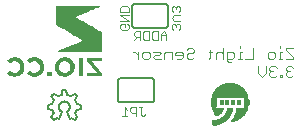
<source format=gbr>
G04 EAGLE Gerber RS-274X export*
G75*
%MOMM*%
%FSLAX34Y34*%
%LPD*%
%AMOC8*
5,1,8,0,0,1.08239X$1,22.5*%
G01*
%ADD10C,0.076200*%
%ADD11C,0.101600*%
%ADD12C,0.152400*%
%ADD13R,0.200000X0.010000*%
%ADD14R,0.370000X0.010000*%
%ADD15R,0.550000X0.010000*%
%ADD16R,0.630000X0.010000*%
%ADD17R,0.760000X0.010000*%
%ADD18R,0.810000X0.010000*%
%ADD19R,0.900000X0.010000*%
%ADD20R,0.950000X0.010000*%
%ADD21R,1.030000X0.010000*%
%ADD22R,1.080000X0.010000*%
%ADD23R,1.140000X0.010000*%
%ADD24R,1.190000X0.010000*%
%ADD25R,1.230000X0.010000*%
%ADD26R,1.290000X0.010000*%
%ADD27R,1.320000X0.020000*%
%ADD28R,1.410000X0.020000*%
%ADD29R,1.490000X0.020000*%
%ADD30R,1.540000X0.010000*%
%ADD31R,1.570000X0.010000*%
%ADD32R,1.610000X0.010000*%
%ADD33R,1.640000X0.010000*%
%ADD34R,1.670000X0.010000*%
%ADD35R,1.710000X0.010000*%
%ADD36R,1.740000X0.010000*%
%ADD37R,1.770000X0.010000*%
%ADD38R,1.790000X0.010000*%
%ADD39R,1.830000X0.010000*%
%ADD40R,1.860000X0.010000*%
%ADD41R,1.890000X0.010000*%
%ADD42R,1.910000X0.010000*%
%ADD43R,1.940000X0.010000*%
%ADD44R,1.960000X0.010000*%
%ADD45R,2.000000X0.010000*%
%ADD46R,2.020000X0.010000*%
%ADD47R,2.070000X0.020000*%
%ADD48R,2.120000X0.020000*%
%ADD49R,2.160000X0.020000*%
%ADD50R,2.210000X0.020000*%
%ADD51R,2.220000X0.010000*%
%ADD52R,2.250000X0.010000*%
%ADD53R,2.270000X0.010000*%
%ADD54R,2.290000X0.010000*%
%ADD55R,2.310000X0.010000*%
%ADD56R,2.320000X0.010000*%
%ADD57R,2.350000X0.010000*%
%ADD58R,2.360000X0.010000*%
%ADD59R,2.390000X0.010000*%
%ADD60R,2.400000X0.010000*%
%ADD61R,2.420000X0.010000*%
%ADD62R,2.440000X0.010000*%
%ADD63R,2.460000X0.010000*%
%ADD64R,2.480000X0.010000*%
%ADD65R,2.490000X0.010000*%
%ADD66R,2.510000X0.010000*%
%ADD67R,2.530000X0.010000*%
%ADD68R,2.540000X0.010000*%
%ADD69R,2.560000X0.020000*%
%ADD70R,2.580000X0.020000*%
%ADD71R,2.620000X0.020000*%
%ADD72R,2.650000X0.020000*%
%ADD73R,2.660000X0.010000*%
%ADD74R,2.670000X0.010000*%
%ADD75R,2.690000X0.010000*%
%ADD76R,2.700000X0.010000*%
%ADD77R,2.710000X0.010000*%
%ADD78R,2.730000X0.010000*%
%ADD79R,2.740000X0.010000*%
%ADD80R,2.750000X0.010000*%
%ADD81R,2.760000X0.010000*%
%ADD82R,2.780000X0.010000*%
%ADD83R,2.790000X0.010000*%
%ADD84R,2.800000X0.010000*%
%ADD85R,2.810000X0.010000*%
%ADD86R,2.830000X0.010000*%
%ADD87R,2.840000X0.010000*%
%ADD88R,2.860000X0.010000*%
%ADD89R,2.870000X0.010000*%
%ADD90R,2.880000X0.010000*%
%ADD91R,2.890000X0.010000*%
%ADD92R,2.900000X0.010000*%
%ADD93R,2.910000X0.010000*%
%ADD94R,2.920000X0.010000*%
%ADD95R,2.930000X0.010000*%
%ADD96R,2.940000X0.010000*%
%ADD97R,2.950000X0.010000*%
%ADD98R,2.960000X0.010000*%
%ADD99R,2.970000X0.010000*%
%ADD100R,2.980000X0.010000*%
%ADD101R,3.000000X0.010000*%
%ADD102R,3.010000X0.010000*%
%ADD103R,3.020000X0.010000*%
%ADD104R,3.040000X0.010000*%
%ADD105R,3.050000X0.010000*%
%ADD106R,3.060000X0.010000*%
%ADD107R,3.070000X0.010000*%
%ADD108R,3.080000X0.010000*%
%ADD109R,3.090000X0.010000*%
%ADD110R,3.100000X0.010000*%
%ADD111R,3.110000X0.010000*%
%ADD112R,3.120000X0.010000*%
%ADD113R,0.390000X0.010000*%
%ADD114R,0.410000X0.010000*%
%ADD115R,0.380000X0.010000*%
%ADD116R,0.420000X0.010000*%
%ADD117R,0.430000X0.010000*%
%ADD118R,0.400000X0.010000*%
%ADD119R,0.440000X0.010000*%
%ADD120R,0.450000X0.010000*%
%ADD121R,0.460000X0.010000*%
%ADD122R,0.280000X0.010000*%
%ADD123R,0.310000X0.010000*%
%ADD124R,0.300000X0.010000*%
%ADD125R,0.290000X0.010000*%
%ADD126R,0.320000X0.010000*%
%ADD127R,0.330000X0.010000*%
%ADD128R,0.470000X0.010000*%
%ADD129R,0.970000X0.010000*%
%ADD130R,0.960000X0.010000*%
%ADD131R,1.010000X0.010000*%
%ADD132R,1.000000X0.010000*%
%ADD133R,0.980000X0.010000*%
%ADD134R,0.940000X0.010000*%
%ADD135R,0.920000X0.010000*%
%ADD136R,0.930000X0.010000*%
%ADD137R,0.870000X0.010000*%
%ADD138R,0.850000X0.010000*%
%ADD139R,0.910000X0.010000*%
%ADD140R,0.830000X0.010000*%
%ADD141R,0.780000X0.010000*%
%ADD142R,0.890000X0.010000*%
%ADD143R,0.770000X0.010000*%
%ADD144R,0.480000X0.010000*%
%ADD145R,0.750000X0.010000*%
%ADD146R,0.720000X0.010000*%
%ADD147R,0.880000X0.010000*%
%ADD148R,0.690000X0.010000*%
%ADD149R,0.490000X0.010000*%
%ADD150R,0.660000X0.010000*%
%ADD151R,0.860000X0.010000*%
%ADD152R,0.600000X0.010000*%
%ADD153R,0.560000X0.010000*%
%ADD154R,0.530000X0.010000*%
%ADD155R,0.840000X0.010000*%
%ADD156R,0.510000X0.010000*%
%ADD157R,0.520000X0.010000*%
%ADD158R,0.340000X0.010000*%
%ADD159R,0.800000X0.010000*%
%ADD160R,0.230000X0.010000*%
%ADD161R,0.790000X0.010000*%
%ADD162R,0.540000X0.010000*%
%ADD163R,0.170000X0.010000*%
%ADD164R,0.100000X0.010000*%
%ADD165R,0.740000X0.010000*%
%ADD166R,0.570000X0.010000*%
%ADD167R,0.590000X0.010000*%
%ADD168R,0.710000X0.010000*%
%ADD169R,0.700000X0.010000*%
%ADD170R,0.610000X0.010000*%
%ADD171R,0.680000X0.010000*%
%ADD172R,0.670000X0.010000*%
%ADD173R,0.640000X0.010000*%
%ADD174R,0.620000X0.010000*%
%ADD175R,0.730000X0.010000*%
%ADD176R,0.500000X0.010000*%
%ADD177R,0.990000X0.010000*%
%ADD178R,0.030000X0.010000*%
%ADD179R,1.210000X0.010000*%
%ADD180R,1.180000X0.010000*%
%ADD181R,1.150000X0.010000*%
%ADD182R,0.260000X0.010000*%
%ADD183R,1.130000X0.010000*%
%ADD184R,0.180000X0.010000*%
%ADD185R,1.100000X0.010000*%
%ADD186R,1.070000X0.010000*%
%ADD187R,1.040000X0.010000*%
%ADD188R,0.250000X0.010000*%

G36*
X85792Y98014D02*
X85792Y98014D01*
X85792Y98015D01*
X85793Y98016D01*
X85788Y99377D01*
X85785Y100737D01*
X85780Y102099D01*
X85775Y103460D01*
X85770Y104822D01*
X85766Y106182D01*
X85761Y107544D01*
X85756Y108905D01*
X85753Y110267D01*
X85748Y111627D01*
X85743Y112989D01*
X85739Y114350D01*
X85734Y114355D01*
X85733Y114360D01*
X84510Y115070D01*
X83286Y115779D01*
X82064Y116489D01*
X80842Y117199D01*
X79619Y117908D01*
X78397Y118618D01*
X77173Y119327D01*
X75950Y120037D01*
X74728Y120747D01*
X73477Y121472D01*
X72228Y122198D01*
X70977Y122923D01*
X69727Y123647D01*
X68478Y124372D01*
X67227Y125098D01*
X65978Y125822D01*
X64727Y126546D01*
X63494Y127259D01*
X64786Y127998D01*
X66237Y128629D01*
X67693Y129250D01*
X69151Y129866D01*
X70609Y130480D01*
X72068Y131093D01*
X73528Y131706D01*
X74935Y132297D01*
X76341Y132887D01*
X77748Y133478D01*
X79153Y134068D01*
X80561Y134659D01*
X81967Y135249D01*
X83372Y135840D01*
X84779Y136430D01*
X85731Y136834D01*
X85734Y136839D01*
X85738Y136843D01*
X85737Y136845D01*
X85738Y136848D01*
X85731Y136851D01*
X85727Y136857D01*
X81251Y136857D01*
X79761Y136858D01*
X72303Y136858D01*
X70810Y136860D01*
X61860Y136860D01*
X61100Y136861D01*
X61071Y136861D01*
X60369Y136861D01*
X52911Y136861D01*
X51419Y136863D01*
X46944Y136863D01*
X46932Y136853D01*
X46933Y136852D01*
X46932Y136851D01*
X46932Y135489D01*
X46934Y134127D01*
X46934Y132763D01*
X46935Y131401D01*
X46935Y130039D01*
X46937Y128677D01*
X46937Y127313D01*
X46938Y125951D01*
X46938Y124589D01*
X46940Y123227D01*
X46942Y121865D01*
X46942Y120501D01*
X46947Y120496D01*
X46948Y120491D01*
X48235Y119746D01*
X49524Y119002D01*
X50811Y118256D01*
X52099Y117511D01*
X53388Y116765D01*
X54675Y116021D01*
X55963Y115276D01*
X57211Y114554D01*
X58458Y113833D01*
X59705Y113111D01*
X60952Y112388D01*
X62200Y111668D01*
X63448Y110945D01*
X64694Y110223D01*
X65942Y109501D01*
X67188Y108778D01*
X68262Y108142D01*
X69234Y107431D01*
X67875Y106852D01*
X66494Y106269D01*
X65115Y105688D01*
X62352Y104526D01*
X60971Y103947D01*
X59590Y103366D01*
X58209Y102786D01*
X56826Y102207D01*
X55442Y101626D01*
X54059Y101045D01*
X52677Y100462D01*
X51294Y99880D01*
X49911Y99297D01*
X48530Y98713D01*
X47150Y98124D01*
X47148Y98118D01*
X47143Y98115D01*
X47145Y98113D01*
X47144Y98110D01*
X47150Y98106D01*
X47155Y98101D01*
X48631Y98064D01*
X50111Y98050D01*
X51591Y98041D01*
X53072Y98033D01*
X54551Y98028D01*
X56031Y98022D01*
X57510Y98018D01*
X58990Y98015D01*
X60469Y98012D01*
X61949Y98009D01*
X63429Y98007D01*
X64910Y98007D01*
X66389Y98006D01*
X76830Y98006D01*
X78322Y98004D01*
X85781Y98004D01*
X85792Y98014D01*
G37*
G36*
X54313Y76877D02*
X54313Y76877D01*
X54314Y76876D01*
X55332Y76960D01*
X55675Y76989D01*
X55676Y76990D01*
X55677Y76989D01*
X56998Y77353D01*
X56998Y77354D01*
X56999Y77353D01*
X58250Y77914D01*
X58251Y77915D01*
X58252Y77915D01*
X59393Y78672D01*
X59394Y78673D01*
X59395Y78673D01*
X60395Y79610D01*
X60395Y79611D01*
X60396Y79611D01*
X61219Y80707D01*
X61219Y80708D01*
X61220Y80708D01*
X61841Y81929D01*
X61840Y81931D01*
X61841Y81931D01*
X62195Y83115D01*
X62195Y83117D01*
X62196Y83117D01*
X62208Y83202D01*
X62210Y83214D01*
X62212Y83226D01*
X62213Y83238D01*
X62215Y83250D01*
X62236Y83393D01*
X62238Y83405D01*
X62240Y83417D01*
X62241Y83429D01*
X62242Y83429D01*
X62243Y83441D01*
X62263Y83572D01*
X62264Y83584D01*
X62266Y83596D01*
X62268Y83608D01*
X62270Y83620D01*
X62289Y83751D01*
X62291Y83763D01*
X62292Y83775D01*
X62294Y83787D01*
X62296Y83799D01*
X62315Y83930D01*
X62317Y83942D01*
X62319Y83954D01*
X62320Y83966D01*
X62322Y83978D01*
X62343Y84121D01*
X62345Y84133D01*
X62347Y84145D01*
X62348Y84157D01*
X62350Y84169D01*
X62369Y84300D01*
X62371Y84312D01*
X62373Y84324D01*
X62375Y84336D01*
X62375Y84340D01*
X62375Y84341D01*
X62402Y85578D01*
X62402Y85579D01*
X62255Y86807D01*
X62253Y86808D01*
X62254Y86809D01*
X61791Y88260D01*
X61789Y88260D01*
X61790Y88262D01*
X61055Y89597D01*
X61053Y89597D01*
X61053Y89599D01*
X60088Y90778D01*
X60087Y90778D01*
X60087Y90780D01*
X58925Y91766D01*
X58923Y91766D01*
X58923Y91767D01*
X57600Y92524D01*
X57599Y92524D01*
X57599Y92525D01*
X56441Y92963D01*
X56440Y92962D01*
X56439Y92964D01*
X55333Y93149D01*
X55220Y93168D01*
X55219Y93168D01*
X55218Y93169D01*
X55153Y93171D01*
X55152Y93171D01*
X54781Y93183D01*
X54780Y93183D01*
X54409Y93195D01*
X54408Y93195D01*
X54037Y93206D01*
X54037Y93207D01*
X54036Y93207D01*
X53982Y93208D01*
X53981Y93208D01*
X53885Y93207D01*
X53883Y93207D01*
X53883Y93206D01*
X53226Y93195D01*
X53225Y93195D01*
X52756Y93186D01*
X52755Y93185D01*
X52754Y93186D01*
X51550Y92968D01*
X51549Y92967D01*
X51548Y92968D01*
X50258Y92488D01*
X50257Y92487D01*
X50256Y92488D01*
X49056Y91810D01*
X49055Y91808D01*
X49054Y91809D01*
X47986Y90939D01*
X47985Y90937D01*
X47984Y90937D01*
X47083Y89896D01*
X47083Y89894D01*
X47081Y89894D01*
X46370Y88715D01*
X46370Y88713D01*
X46369Y88713D01*
X45858Y87433D01*
X45859Y87432D01*
X45857Y87431D01*
X45634Y86256D01*
X45634Y86255D01*
X45633Y86254D01*
X45614Y85053D01*
X45615Y85052D01*
X45614Y85052D01*
X45645Y83819D01*
X45646Y83818D01*
X45645Y83816D01*
X45905Y82616D01*
X45906Y82615D01*
X45906Y82614D01*
X46407Y81390D01*
X46409Y81390D01*
X46408Y81389D01*
X47105Y80266D01*
X47107Y80266D01*
X47106Y80265D01*
X47981Y79274D01*
X47982Y79274D01*
X47982Y79273D01*
X49060Y78365D01*
X49062Y78365D01*
X49062Y78364D01*
X50278Y77652D01*
X50279Y77653D01*
X50280Y77651D01*
X51599Y77158D01*
X51601Y77158D01*
X51601Y77157D01*
X52948Y76932D01*
X52949Y76932D01*
X54313Y76876D01*
X54313Y76877D01*
G37*
G36*
X85897Y77167D02*
X85897Y77167D01*
X85896Y77168D01*
X85897Y77169D01*
X85897Y79782D01*
X85894Y79786D01*
X85894Y79790D01*
X85026Y80798D01*
X84159Y81807D01*
X83291Y82816D01*
X82423Y83825D01*
X81556Y84833D01*
X80684Y85848D01*
X79813Y86865D01*
X78943Y87881D01*
X78075Y88900D01*
X77233Y89910D01*
X78601Y89947D01*
X79994Y89959D01*
X81388Y89962D01*
X85568Y89962D01*
X85580Y89972D01*
X85579Y89973D01*
X85580Y89974D01*
X85580Y93042D01*
X85569Y93054D01*
X85568Y93054D01*
X72658Y93054D01*
X72646Y93044D01*
X72647Y93043D01*
X72646Y93042D01*
X72646Y90344D01*
X72650Y90340D01*
X72649Y90336D01*
X73513Y89331D01*
X74378Y88324D01*
X75243Y87320D01*
X76107Y86315D01*
X76972Y85310D01*
X77837Y84303D01*
X78701Y83298D01*
X79566Y82294D01*
X80431Y81287D01*
X81278Y80302D01*
X80498Y80297D01*
X80493Y80297D01*
X79862Y80292D01*
X78456Y80285D01*
X78451Y80285D01*
X78422Y80284D01*
X76981Y80275D01*
X76645Y80273D01*
X76641Y80273D01*
X75540Y80265D01*
X74840Y80261D01*
X74835Y80261D01*
X74098Y80256D01*
X72823Y80249D01*
X72817Y80249D01*
X72658Y80248D01*
X72646Y80237D01*
X72647Y80237D01*
X72646Y80236D01*
X72646Y77169D01*
X72657Y77157D01*
X72658Y77158D01*
X72658Y77157D01*
X85885Y77157D01*
X85897Y77167D01*
G37*
G36*
X12016Y76877D02*
X12016Y76877D01*
X12017Y76876D01*
X13400Y76990D01*
X13401Y76992D01*
X13402Y76991D01*
X14853Y77426D01*
X14854Y77427D01*
X14855Y77427D01*
X16206Y78111D01*
X16206Y78112D01*
X16208Y78112D01*
X17405Y79041D01*
X17405Y79042D01*
X17406Y79042D01*
X18399Y80185D01*
X18399Y80187D01*
X18400Y80187D01*
X19154Y81502D01*
X19154Y81503D01*
X19155Y81504D01*
X19657Y82932D01*
X19656Y82934D01*
X19657Y82935D01*
X19849Y84263D01*
X19849Y84264D01*
X19849Y84265D01*
X19870Y85608D01*
X19869Y85609D01*
X19870Y85609D01*
X19714Y86943D01*
X19713Y86944D01*
X19714Y86945D01*
X19277Y88287D01*
X19276Y88287D01*
X19276Y88289D01*
X18618Y89538D01*
X18616Y89538D01*
X18617Y89540D01*
X17755Y90657D01*
X17753Y90658D01*
X17753Y90659D01*
X16710Y91610D01*
X16709Y91610D01*
X16708Y91611D01*
X15508Y92352D01*
X15507Y92352D01*
X15507Y92353D01*
X14237Y92901D01*
X14235Y92900D01*
X14234Y92902D01*
X12880Y93170D01*
X12879Y93169D01*
X12878Y93170D01*
X12860Y93171D01*
X12444Y93183D01*
X12443Y93183D01*
X12028Y93195D01*
X12027Y93195D01*
X11611Y93206D01*
X11611Y93207D01*
X11610Y93207D01*
X11494Y93210D01*
X11493Y93210D01*
X11338Y93207D01*
X11337Y93207D01*
X11337Y93206D01*
X10784Y93195D01*
X10783Y93195D01*
X10242Y93183D01*
X10241Y93183D01*
X10240Y93183D01*
X9012Y92967D01*
X9011Y92966D01*
X9010Y92966D01*
X7921Y92566D01*
X7920Y92565D01*
X7919Y92566D01*
X6891Y92031D01*
X6890Y92029D01*
X6889Y92030D01*
X5951Y91349D01*
X5951Y91348D01*
X5950Y91348D01*
X5350Y90813D01*
X5348Y90797D01*
X5349Y90797D01*
X5349Y90796D01*
X5889Y90179D01*
X6428Y89561D01*
X6979Y88929D01*
X7527Y88293D01*
X7542Y88291D01*
X7543Y88291D01*
X8234Y88768D01*
X9484Y89521D01*
X10873Y89957D01*
X12327Y89979D01*
X13707Y89528D01*
X14860Y88645D01*
X15729Y87386D01*
X16181Y85924D01*
X16196Y84394D01*
X15789Y82917D01*
X14977Y81620D01*
X13797Y80651D01*
X12353Y80151D01*
X11693Y80147D01*
X11688Y80147D01*
X10854Y80142D01*
X9422Y80585D01*
X8154Y81395D01*
X7507Y81917D01*
X7491Y81916D01*
X6929Y81353D01*
X5238Y79657D01*
X5237Y79641D01*
X5239Y79641D01*
X5238Y79640D01*
X5639Y79262D01*
X6719Y78355D01*
X6720Y78355D01*
X6720Y78354D01*
X7928Y77629D01*
X7930Y77629D01*
X7930Y77628D01*
X9253Y77142D01*
X9254Y77142D01*
X9255Y77141D01*
X10627Y76930D01*
X10627Y76931D01*
X10628Y76930D01*
X12015Y76876D01*
X12016Y76877D01*
G37*
G36*
X28736Y76842D02*
X28736Y76842D01*
X28736Y76841D01*
X30000Y76959D01*
X30001Y76960D01*
X30002Y76959D01*
X31398Y77335D01*
X31398Y77337D01*
X31400Y77336D01*
X32700Y77965D01*
X32700Y77966D01*
X32702Y77966D01*
X33873Y78812D01*
X33873Y78813D01*
X33875Y78813D01*
X34880Y79851D01*
X34880Y79853D01*
X34881Y79853D01*
X35670Y81063D01*
X35670Y81064D01*
X35671Y81065D01*
X36223Y82309D01*
X36223Y82311D01*
X36224Y82311D01*
X36537Y83637D01*
X36536Y83638D01*
X36537Y83639D01*
X36617Y84999D01*
X36616Y85000D01*
X36617Y85001D01*
X36567Y86251D01*
X36566Y86252D01*
X36567Y86253D01*
X36323Y87479D01*
X36321Y87480D01*
X36322Y87481D01*
X35858Y88643D01*
X35857Y88644D01*
X35858Y88645D01*
X35177Y89824D01*
X35175Y89825D01*
X35176Y89826D01*
X34309Y90875D01*
X34307Y90875D01*
X34307Y90877D01*
X33275Y91764D01*
X33274Y91764D01*
X33274Y91765D01*
X32102Y92457D01*
X32101Y92457D01*
X32101Y92458D01*
X31012Y92896D01*
X31010Y92896D01*
X31010Y92897D01*
X29863Y93140D01*
X29862Y93139D01*
X29862Y93140D01*
X28690Y93229D01*
X28690Y93228D01*
X28689Y93229D01*
X28048Y93219D01*
X28046Y93219D01*
X27249Y93207D01*
X27247Y93207D01*
X27203Y93207D01*
X27202Y93206D01*
X27201Y93207D01*
X25738Y92957D01*
X25737Y92956D01*
X25735Y92957D01*
X24346Y92428D01*
X24346Y92427D01*
X24344Y92427D01*
X23206Y91737D01*
X23206Y91735D01*
X23205Y91735D01*
X22204Y90867D01*
X22203Y90858D01*
X22202Y90857D01*
X22203Y90856D01*
X22202Y90851D01*
X22203Y90851D01*
X22202Y90851D01*
X22684Y90157D01*
X23230Y89504D01*
X23764Y88893D01*
X24299Y88278D01*
X24305Y88278D01*
X24305Y88277D01*
X24308Y88277D01*
X24314Y88276D01*
X24315Y88277D01*
X24970Y88764D01*
X26216Y89517D01*
X27599Y89962D01*
X29049Y89984D01*
X30430Y89539D01*
X31532Y88736D01*
X32339Y87634D01*
X32818Y86353D01*
X32967Y84994D01*
X32938Y84781D01*
X32933Y84745D01*
X32898Y84483D01*
X32893Y84447D01*
X32858Y84184D01*
X32853Y84148D01*
X32818Y83886D01*
X32813Y83850D01*
X32785Y83638D01*
X32267Y82374D01*
X31419Y81302D01*
X30237Y80496D01*
X28858Y80115D01*
X28655Y80124D01*
X28654Y80124D01*
X28391Y80136D01*
X28128Y80148D01*
X27865Y80160D01*
X27602Y80172D01*
X27426Y80180D01*
X26067Y80637D01*
X24856Y81411D01*
X24226Y81917D01*
X24211Y81916D01*
X24210Y81916D01*
X23139Y80841D01*
X22582Y80265D01*
X22582Y80264D01*
X22581Y80264D01*
X22067Y79650D01*
X22067Y79634D01*
X22910Y78799D01*
X22911Y78799D01*
X22912Y78798D01*
X23867Y78079D01*
X23869Y78079D01*
X23869Y78077D01*
X24996Y77493D01*
X24997Y77494D01*
X24998Y77492D01*
X26209Y77108D01*
X26210Y77109D01*
X26211Y77108D01*
X27463Y76894D01*
X27464Y76894D01*
X27465Y76893D01*
X28735Y76841D01*
X28736Y76842D01*
G37*
%LPC*%
G36*
X53254Y80148D02*
X53254Y80148D01*
X51920Y80553D01*
X50772Y81348D01*
X49909Y82446D01*
X49383Y83738D01*
X49215Y85125D01*
X49413Y86508D01*
X49961Y87792D01*
X50860Y88836D01*
X52031Y89569D01*
X53350Y89973D01*
X54727Y89982D01*
X55327Y89785D01*
X56184Y89499D01*
X57406Y88576D01*
X58265Y87305D01*
X58700Y85833D01*
X58697Y84302D01*
X58246Y82837D01*
X57382Y81571D01*
X56171Y80634D01*
X55327Y80355D01*
X54718Y80156D01*
X54034Y80053D01*
X53254Y80148D01*
G37*
%LPD*%
G36*
X69178Y77167D02*
X69178Y77167D01*
X69177Y77168D01*
X69178Y77169D01*
X69178Y93047D01*
X69167Y93059D01*
X69166Y93058D01*
X69166Y93059D01*
X69088Y93058D01*
X69087Y93058D01*
X68369Y93046D01*
X68367Y93046D01*
X68305Y93045D01*
X67651Y93034D01*
X67649Y93034D01*
X67446Y93030D01*
X66984Y93022D01*
X66982Y93022D01*
X66586Y93015D01*
X66310Y93010D01*
X66308Y93010D01*
X65727Y93000D01*
X65715Y92990D01*
X65716Y92989D01*
X65715Y92988D01*
X65709Y91407D01*
X65704Y89825D01*
X65698Y88243D01*
X65693Y86661D01*
X65688Y85079D01*
X65682Y83497D01*
X65677Y81916D01*
X65671Y80333D01*
X65666Y78752D01*
X65661Y77169D01*
X65672Y77157D01*
X65673Y77158D01*
X65673Y77157D01*
X69166Y77157D01*
X69178Y77167D01*
G37*
G36*
X42935Y77167D02*
X42935Y77167D01*
X42934Y77168D01*
X42935Y77169D01*
X42935Y80766D01*
X42924Y80778D01*
X42924Y80777D01*
X42923Y80778D01*
X39326Y80778D01*
X39314Y80768D01*
X39314Y80767D01*
X39314Y80766D01*
X39314Y77169D01*
X39324Y77157D01*
X39325Y77158D01*
X39326Y77157D01*
X42923Y77157D01*
X42935Y77167D01*
G37*
D10*
X122047Y45044D02*
X120818Y43815D01*
X119590Y43815D01*
X118361Y45044D01*
X118361Y51187D01*
X119590Y51187D02*
X117132Y51187D01*
X114563Y51187D02*
X114563Y43815D01*
X114563Y51187D02*
X110877Y51187D01*
X109648Y49959D01*
X109648Y47501D01*
X110877Y46272D01*
X114563Y46272D01*
X107079Y48730D02*
X104621Y51187D01*
X104621Y43815D01*
X102164Y43815D02*
X107079Y43815D01*
X150543Y116713D02*
X151771Y117942D01*
X151771Y120399D01*
X150543Y121628D01*
X149314Y121628D01*
X148085Y120399D01*
X148085Y119170D01*
X148085Y120399D02*
X146856Y121628D01*
X145628Y121628D01*
X144399Y120399D01*
X144399Y117942D01*
X145628Y116713D01*
X146856Y124197D02*
X151771Y124197D01*
X146856Y124197D02*
X144399Y126655D01*
X146856Y129112D01*
X151771Y129112D01*
X150543Y131681D02*
X151771Y132910D01*
X151771Y135367D01*
X150543Y136596D01*
X149314Y136596D01*
X148085Y135367D01*
X148085Y134139D01*
X148085Y135367D02*
X146856Y136596D01*
X145628Y136596D01*
X144399Y135367D01*
X144399Y132910D01*
X145628Y131681D01*
X108337Y120399D02*
X107109Y121628D01*
X108337Y120399D02*
X108337Y117942D01*
X107109Y116713D01*
X102194Y116713D01*
X100965Y117942D01*
X100965Y120399D01*
X102194Y121628D01*
X104651Y121628D01*
X104651Y119170D01*
X100965Y124197D02*
X108337Y124197D01*
X100965Y129112D01*
X108337Y129112D01*
X108337Y131681D02*
X100965Y131681D01*
X100965Y135367D01*
X102194Y136596D01*
X107109Y136596D01*
X108337Y135367D01*
X108337Y131681D01*
X140081Y112992D02*
X140081Y108077D01*
X140081Y112992D02*
X137624Y115449D01*
X135166Y112992D01*
X135166Y108077D01*
X135166Y111763D02*
X140081Y111763D01*
X132597Y115449D02*
X132597Y108077D01*
X128911Y108077D01*
X127682Y109306D01*
X127682Y114221D01*
X128911Y115449D01*
X132597Y115449D01*
X125113Y115449D02*
X125113Y108077D01*
X121427Y108077D01*
X120198Y109306D01*
X120198Y114221D01*
X121427Y115449D01*
X125113Y115449D01*
X117629Y115449D02*
X117629Y108077D01*
X117629Y115449D02*
X113942Y115449D01*
X112714Y114221D01*
X112714Y111763D01*
X113942Y110534D01*
X117629Y110534D01*
X115171Y110534D02*
X112714Y108077D01*
D11*
X241295Y101100D02*
X247396Y101100D01*
X241295Y101100D02*
X241295Y99575D01*
X247396Y93473D01*
X247396Y91948D01*
X241295Y91948D01*
X238041Y98049D02*
X236516Y98049D01*
X236516Y91948D01*
X238041Y91948D02*
X234990Y91948D01*
X236516Y101100D02*
X236516Y102625D01*
X230279Y91948D02*
X227228Y91948D01*
X225703Y93473D01*
X225703Y96524D01*
X227228Y98049D01*
X230279Y98049D01*
X231804Y96524D01*
X231804Y93473D01*
X230279Y91948D01*
X213094Y91948D02*
X213094Y101100D01*
X213094Y91948D02*
X206992Y91948D01*
X203738Y98049D02*
X202213Y98049D01*
X202213Y91948D01*
X203738Y91948D02*
X200688Y91948D01*
X202213Y101100D02*
X202213Y102625D01*
X194451Y88897D02*
X192926Y88897D01*
X191401Y90423D01*
X191401Y98049D01*
X195976Y98049D01*
X197502Y96524D01*
X197502Y93473D01*
X195976Y91948D01*
X191401Y91948D01*
X188147Y91948D02*
X188147Y101100D01*
X186621Y98049D02*
X188147Y96524D01*
X186621Y98049D02*
X183571Y98049D01*
X182045Y96524D01*
X182045Y91948D01*
X177266Y93473D02*
X177266Y99575D01*
X177266Y93473D02*
X175741Y91948D01*
X175741Y98049D02*
X178791Y98049D01*
X158623Y101100D02*
X157098Y99575D01*
X158623Y101100D02*
X161674Y101100D01*
X163199Y99575D01*
X163199Y98049D01*
X161674Y96524D01*
X158623Y96524D01*
X157098Y94999D01*
X157098Y93473D01*
X158623Y91948D01*
X161674Y91948D01*
X163199Y93473D01*
X152319Y91948D02*
X149268Y91948D01*
X152319Y91948D02*
X153844Y93473D01*
X153844Y96524D01*
X152319Y98049D01*
X149268Y98049D01*
X147743Y96524D01*
X147743Y94999D01*
X153844Y94999D01*
X144489Y91948D02*
X144489Y98049D01*
X139913Y98049D01*
X138388Y96524D01*
X138388Y91948D01*
X135134Y91948D02*
X130558Y91948D01*
X129033Y93473D01*
X130558Y94999D01*
X133609Y94999D01*
X135134Y96524D01*
X133609Y98049D01*
X129033Y98049D01*
X124253Y91948D02*
X121203Y91948D01*
X119677Y93473D01*
X119677Y96524D01*
X121203Y98049D01*
X124253Y98049D01*
X125779Y96524D01*
X125779Y93473D01*
X124253Y91948D01*
X116423Y91948D02*
X116423Y98049D01*
X116423Y94999D02*
X113373Y98049D01*
X111848Y98049D01*
X245871Y85860D02*
X247396Y84335D01*
X245871Y85860D02*
X242820Y85860D01*
X241295Y84335D01*
X241295Y82809D01*
X242820Y81284D01*
X244345Y81284D01*
X242820Y81284D02*
X241295Y79759D01*
X241295Y78233D01*
X242820Y76708D01*
X245871Y76708D01*
X247396Y78233D01*
X238041Y78233D02*
X238041Y76708D01*
X238041Y78233D02*
X236516Y78233D01*
X236516Y76708D01*
X238041Y76708D01*
X233363Y84335D02*
X231838Y85860D01*
X228787Y85860D01*
X227262Y84335D01*
X227262Y82809D01*
X228787Y81284D01*
X230313Y81284D01*
X228787Y81284D02*
X227262Y79759D01*
X227262Y78233D01*
X228787Y76708D01*
X231838Y76708D01*
X233363Y78233D01*
X224008Y79759D02*
X224008Y85860D01*
X224008Y79759D02*
X220957Y76708D01*
X217907Y79759D01*
X217907Y85860D01*
D12*
X127000Y55324D02*
X101600Y55324D01*
X99060Y73104D02*
X99062Y73204D01*
X99068Y73303D01*
X99078Y73403D01*
X99091Y73501D01*
X99109Y73600D01*
X99130Y73697D01*
X99155Y73793D01*
X99184Y73889D01*
X99217Y73983D01*
X99253Y74076D01*
X99293Y74167D01*
X99337Y74257D01*
X99384Y74345D01*
X99434Y74431D01*
X99488Y74515D01*
X99545Y74597D01*
X99605Y74676D01*
X99669Y74754D01*
X99735Y74828D01*
X99804Y74900D01*
X99876Y74969D01*
X99950Y75035D01*
X100028Y75099D01*
X100107Y75159D01*
X100189Y75216D01*
X100273Y75270D01*
X100359Y75320D01*
X100447Y75367D01*
X100537Y75411D01*
X100628Y75451D01*
X100721Y75487D01*
X100815Y75520D01*
X100911Y75549D01*
X101007Y75574D01*
X101104Y75595D01*
X101203Y75613D01*
X101301Y75626D01*
X101401Y75636D01*
X101500Y75642D01*
X101600Y75644D01*
X127000Y75644D02*
X127100Y75642D01*
X127199Y75636D01*
X127299Y75626D01*
X127397Y75613D01*
X127496Y75595D01*
X127593Y75574D01*
X127689Y75549D01*
X127785Y75520D01*
X127879Y75487D01*
X127972Y75451D01*
X128063Y75411D01*
X128153Y75367D01*
X128241Y75320D01*
X128327Y75270D01*
X128411Y75216D01*
X128493Y75159D01*
X128572Y75099D01*
X128650Y75035D01*
X128724Y74969D01*
X128796Y74900D01*
X128865Y74828D01*
X128931Y74754D01*
X128995Y74676D01*
X129055Y74597D01*
X129112Y74515D01*
X129166Y74431D01*
X129216Y74345D01*
X129263Y74257D01*
X129307Y74167D01*
X129347Y74076D01*
X129383Y73983D01*
X129416Y73889D01*
X129445Y73793D01*
X129470Y73697D01*
X129491Y73600D01*
X129509Y73501D01*
X129522Y73403D01*
X129532Y73303D01*
X129538Y73204D01*
X129540Y73104D01*
X129540Y57864D02*
X129538Y57764D01*
X129532Y57665D01*
X129522Y57565D01*
X129509Y57467D01*
X129491Y57368D01*
X129470Y57271D01*
X129445Y57175D01*
X129416Y57079D01*
X129383Y56985D01*
X129347Y56892D01*
X129307Y56801D01*
X129263Y56711D01*
X129216Y56623D01*
X129166Y56537D01*
X129112Y56453D01*
X129055Y56371D01*
X128995Y56292D01*
X128931Y56214D01*
X128865Y56140D01*
X128796Y56068D01*
X128724Y55999D01*
X128650Y55933D01*
X128572Y55869D01*
X128493Y55809D01*
X128411Y55752D01*
X128327Y55698D01*
X128241Y55648D01*
X128153Y55601D01*
X128063Y55557D01*
X127972Y55517D01*
X127879Y55481D01*
X127785Y55448D01*
X127689Y55419D01*
X127593Y55394D01*
X127496Y55373D01*
X127397Y55355D01*
X127299Y55342D01*
X127199Y55332D01*
X127100Y55326D01*
X127000Y55324D01*
X101600Y55324D02*
X101500Y55326D01*
X101401Y55332D01*
X101301Y55342D01*
X101203Y55355D01*
X101104Y55373D01*
X101007Y55394D01*
X100911Y55419D01*
X100815Y55448D01*
X100721Y55481D01*
X100628Y55517D01*
X100537Y55557D01*
X100447Y55601D01*
X100359Y55648D01*
X100273Y55698D01*
X100189Y55752D01*
X100107Y55809D01*
X100028Y55869D01*
X99950Y55933D01*
X99876Y55999D01*
X99804Y56068D01*
X99735Y56140D01*
X99669Y56214D01*
X99605Y56292D01*
X99545Y56371D01*
X99488Y56453D01*
X99434Y56537D01*
X99384Y56623D01*
X99337Y56711D01*
X99293Y56801D01*
X99253Y56892D01*
X99217Y56985D01*
X99184Y57079D01*
X99155Y57175D01*
X99130Y57271D01*
X99109Y57368D01*
X99091Y57467D01*
X99078Y57565D01*
X99068Y57665D01*
X99062Y57764D01*
X99060Y57864D01*
X99060Y73104D01*
X129540Y73104D02*
X129540Y57864D01*
X127000Y75644D02*
X101600Y75644D01*
X113514Y138626D02*
X138914Y138626D01*
X141454Y120846D02*
X141452Y120746D01*
X141446Y120647D01*
X141436Y120547D01*
X141423Y120449D01*
X141405Y120350D01*
X141384Y120253D01*
X141359Y120157D01*
X141330Y120061D01*
X141297Y119967D01*
X141261Y119874D01*
X141221Y119783D01*
X141177Y119693D01*
X141130Y119605D01*
X141080Y119519D01*
X141026Y119435D01*
X140969Y119353D01*
X140909Y119274D01*
X140845Y119196D01*
X140779Y119122D01*
X140710Y119050D01*
X140638Y118981D01*
X140564Y118915D01*
X140486Y118851D01*
X140407Y118791D01*
X140325Y118734D01*
X140241Y118680D01*
X140155Y118630D01*
X140067Y118583D01*
X139977Y118539D01*
X139886Y118499D01*
X139793Y118463D01*
X139699Y118430D01*
X139603Y118401D01*
X139507Y118376D01*
X139410Y118355D01*
X139311Y118337D01*
X139213Y118324D01*
X139113Y118314D01*
X139014Y118308D01*
X138914Y118306D01*
X113514Y118306D02*
X113414Y118308D01*
X113315Y118314D01*
X113215Y118324D01*
X113117Y118337D01*
X113018Y118355D01*
X112921Y118376D01*
X112825Y118401D01*
X112729Y118430D01*
X112635Y118463D01*
X112542Y118499D01*
X112451Y118539D01*
X112361Y118583D01*
X112273Y118630D01*
X112187Y118680D01*
X112103Y118734D01*
X112021Y118791D01*
X111942Y118851D01*
X111864Y118915D01*
X111790Y118981D01*
X111718Y119050D01*
X111649Y119122D01*
X111583Y119196D01*
X111519Y119274D01*
X111459Y119353D01*
X111402Y119435D01*
X111348Y119519D01*
X111298Y119605D01*
X111251Y119693D01*
X111207Y119783D01*
X111167Y119874D01*
X111131Y119967D01*
X111098Y120061D01*
X111069Y120157D01*
X111044Y120253D01*
X111023Y120350D01*
X111005Y120449D01*
X110992Y120547D01*
X110982Y120647D01*
X110976Y120746D01*
X110974Y120846D01*
X110974Y136086D02*
X110976Y136186D01*
X110982Y136285D01*
X110992Y136385D01*
X111005Y136483D01*
X111023Y136582D01*
X111044Y136679D01*
X111069Y136775D01*
X111098Y136871D01*
X111131Y136965D01*
X111167Y137058D01*
X111207Y137149D01*
X111251Y137239D01*
X111298Y137327D01*
X111348Y137413D01*
X111402Y137497D01*
X111459Y137579D01*
X111519Y137658D01*
X111583Y137736D01*
X111649Y137810D01*
X111718Y137882D01*
X111790Y137951D01*
X111864Y138017D01*
X111942Y138081D01*
X112021Y138141D01*
X112103Y138198D01*
X112187Y138252D01*
X112273Y138302D01*
X112361Y138349D01*
X112451Y138393D01*
X112542Y138433D01*
X112635Y138469D01*
X112729Y138502D01*
X112825Y138531D01*
X112921Y138556D01*
X113018Y138577D01*
X113117Y138595D01*
X113215Y138608D01*
X113315Y138618D01*
X113414Y138624D01*
X113514Y138626D01*
X138914Y138626D02*
X139014Y138624D01*
X139113Y138618D01*
X139213Y138608D01*
X139311Y138595D01*
X139410Y138577D01*
X139507Y138556D01*
X139603Y138531D01*
X139699Y138502D01*
X139793Y138469D01*
X139886Y138433D01*
X139977Y138393D01*
X140067Y138349D01*
X140155Y138302D01*
X140241Y138252D01*
X140325Y138198D01*
X140407Y138141D01*
X140486Y138081D01*
X140564Y138017D01*
X140638Y137951D01*
X140710Y137882D01*
X140779Y137810D01*
X140845Y137736D01*
X140909Y137658D01*
X140969Y137579D01*
X141026Y137497D01*
X141080Y137413D01*
X141130Y137327D01*
X141177Y137239D01*
X141221Y137149D01*
X141261Y137058D01*
X141297Y136965D01*
X141330Y136871D01*
X141359Y136775D01*
X141384Y136679D01*
X141405Y136582D01*
X141423Y136483D01*
X141436Y136385D01*
X141446Y136285D01*
X141452Y136186D01*
X141454Y136086D01*
X141454Y120846D01*
X110974Y120846D02*
X110974Y136086D01*
X113514Y118306D02*
X138914Y118306D01*
D13*
X193910Y70782D03*
D14*
X193860Y70682D03*
D15*
X193860Y70582D03*
D16*
X193860Y70482D03*
D17*
X193910Y70382D03*
D18*
X193860Y70282D03*
D19*
X193910Y70182D03*
D20*
X193860Y70082D03*
D21*
X193860Y69982D03*
D22*
X193910Y69882D03*
D23*
X193910Y69782D03*
D24*
X193860Y69682D03*
D25*
X193860Y69582D03*
D26*
X193860Y69482D03*
D27*
X193910Y69432D03*
D28*
X193860Y69232D03*
D29*
X193860Y69032D03*
D30*
X193910Y68882D03*
D31*
X193860Y68782D03*
D32*
X193860Y68682D03*
D33*
X193910Y68582D03*
D34*
X193860Y68482D03*
D35*
X193860Y68382D03*
D36*
X193910Y68282D03*
D37*
X193860Y68182D03*
D38*
X193860Y68082D03*
D39*
X193860Y67982D03*
D40*
X193910Y67882D03*
D41*
X193860Y67782D03*
D42*
X193860Y67682D03*
D43*
X193910Y67582D03*
D44*
X193910Y67482D03*
D45*
X193910Y67382D03*
D46*
X193910Y67282D03*
D47*
X193860Y67132D03*
D48*
X193910Y66932D03*
D49*
X193910Y66732D03*
D50*
X193860Y66532D03*
D51*
X193910Y66382D03*
D52*
X193860Y66282D03*
D53*
X193860Y66182D03*
D54*
X193860Y66082D03*
D55*
X193860Y65982D03*
D56*
X193910Y65882D03*
D57*
X193860Y65782D03*
D58*
X193910Y65682D03*
D59*
X193860Y65582D03*
D60*
X193910Y65482D03*
D61*
X193910Y65382D03*
D62*
X193910Y65282D03*
D63*
X193910Y65182D03*
D64*
X193910Y65082D03*
D65*
X193860Y64982D03*
D66*
X193860Y64882D03*
D67*
X193860Y64782D03*
D68*
X193910Y64682D03*
D69*
X193910Y64632D03*
D70*
X193910Y64432D03*
D71*
X193910Y64232D03*
D72*
X193860Y64032D03*
D73*
X193910Y63882D03*
D74*
X193860Y63782D03*
D75*
X193860Y63682D03*
D76*
X193910Y63582D03*
D77*
X193860Y63482D03*
D78*
X193860Y63382D03*
D79*
X193910Y63282D03*
D80*
X193860Y63182D03*
D81*
X193910Y63082D03*
D82*
X193910Y62982D03*
D83*
X193860Y62882D03*
D84*
X193910Y62782D03*
D85*
X193860Y62682D03*
D86*
X193860Y62582D03*
X193860Y62482D03*
D87*
X193910Y62382D03*
D88*
X193910Y62282D03*
D89*
X193860Y62182D03*
D90*
X193910Y62082D03*
D91*
X193860Y61982D03*
D92*
X193910Y61882D03*
D93*
X193860Y61782D03*
D94*
X193910Y61682D03*
D95*
X193860Y61582D03*
D96*
X193910Y61482D03*
D97*
X193860Y61382D03*
D98*
X193910Y61282D03*
D99*
X193860Y61182D03*
X193860Y61082D03*
D100*
X193910Y60982D03*
D101*
X193910Y60882D03*
X193910Y60782D03*
D102*
X193860Y60682D03*
X193860Y60582D03*
D103*
X193910Y60482D03*
D104*
X193910Y60382D03*
X193910Y60282D03*
D105*
X193860Y60182D03*
X193860Y60082D03*
D106*
X193910Y59982D03*
D107*
X193860Y59882D03*
D108*
X193910Y59782D03*
D109*
X193860Y59682D03*
X193860Y59582D03*
D110*
X193910Y59482D03*
X193910Y59382D03*
D111*
X193860Y59282D03*
D112*
X193910Y59182D03*
D113*
X207560Y59082D03*
D114*
X180360Y59082D03*
D115*
X207610Y58982D03*
D114*
X180260Y58982D03*
D14*
X207660Y58882D03*
D114*
X180260Y58882D03*
D115*
X207710Y58782D03*
D114*
X180260Y58782D03*
D115*
X207710Y58682D03*
D114*
X180260Y58682D03*
D115*
X207710Y58582D03*
D114*
X180260Y58582D03*
D115*
X207710Y58482D03*
D116*
X180210Y58482D03*
D113*
X207760Y58382D03*
D116*
X180210Y58382D03*
D113*
X207760Y58282D03*
D116*
X180210Y58282D03*
D113*
X207760Y58182D03*
D117*
X180160Y58182D03*
D118*
X207810Y58082D03*
D117*
X180160Y58082D03*
D118*
X207810Y57982D03*
D117*
X180160Y57982D03*
D118*
X207810Y57882D03*
D117*
X180160Y57882D03*
D118*
X207810Y57782D03*
D117*
X180160Y57782D03*
D118*
X207810Y57682D03*
D119*
X180110Y57682D03*
D118*
X207810Y57582D03*
D119*
X180110Y57582D03*
D118*
X207810Y57482D03*
D119*
X180110Y57482D03*
D114*
X207860Y57382D03*
D119*
X180110Y57382D03*
D114*
X207860Y57282D03*
D119*
X180110Y57282D03*
D114*
X207860Y57182D03*
D120*
X180060Y57182D03*
D114*
X207860Y57082D03*
D120*
X180060Y57082D03*
D116*
X207910Y56982D03*
D120*
X180060Y56982D03*
D116*
X207910Y56882D03*
D120*
X180060Y56882D03*
D116*
X207910Y56782D03*
D120*
X180060Y56782D03*
D116*
X207910Y56682D03*
D120*
X180060Y56682D03*
D116*
X207910Y56582D03*
D120*
X180060Y56582D03*
D116*
X207910Y56482D03*
D121*
X180010Y56482D03*
D116*
X207910Y56382D03*
D121*
X180010Y56382D03*
D116*
X207910Y56282D03*
D121*
X180010Y56282D03*
D116*
X207910Y56182D03*
D121*
X180010Y56182D03*
D116*
X207910Y56082D03*
D121*
X180010Y56082D03*
D116*
X207910Y55982D03*
D122*
X201110Y55982D03*
D123*
X196460Y55982D03*
D124*
X191710Y55982D03*
D125*
X187060Y55982D03*
D121*
X180010Y55982D03*
D117*
X207960Y55882D03*
D123*
X201160Y55882D03*
D126*
X196510Y55882D03*
X191710Y55882D03*
D123*
X187060Y55882D03*
D121*
X180010Y55882D03*
D117*
X207960Y55782D03*
D126*
X201210Y55782D03*
D127*
X196460Y55782D03*
D126*
X191710Y55782D03*
X187010Y55782D03*
D121*
X180010Y55782D03*
D117*
X207960Y55682D03*
D126*
X201210Y55682D03*
D127*
X196460Y55682D03*
D126*
X191710Y55682D03*
X187010Y55682D03*
D121*
X180010Y55682D03*
D117*
X207960Y55582D03*
D126*
X201210Y55582D03*
D127*
X196460Y55582D03*
D126*
X191710Y55582D03*
X187010Y55582D03*
D121*
X180010Y55582D03*
D117*
X207960Y55482D03*
D126*
X201210Y55482D03*
D127*
X196460Y55482D03*
D126*
X191710Y55482D03*
X187010Y55482D03*
D121*
X180010Y55482D03*
D117*
X207960Y55382D03*
D126*
X201210Y55382D03*
D127*
X196460Y55382D03*
D126*
X191710Y55382D03*
X187010Y55382D03*
D121*
X180010Y55382D03*
D117*
X207960Y55282D03*
D126*
X201210Y55282D03*
D127*
X196460Y55282D03*
D126*
X191710Y55282D03*
X187010Y55282D03*
D121*
X180010Y55282D03*
D117*
X207960Y55182D03*
D126*
X201210Y55182D03*
D127*
X196460Y55182D03*
D126*
X191710Y55182D03*
X187010Y55182D03*
D128*
X179960Y55182D03*
D117*
X207960Y55082D03*
D126*
X201210Y55082D03*
D127*
X196460Y55082D03*
D126*
X191710Y55082D03*
X187010Y55082D03*
D128*
X179960Y55082D03*
D117*
X207960Y54982D03*
D126*
X201210Y54982D03*
D127*
X196460Y54982D03*
D126*
X191710Y54982D03*
X187010Y54982D03*
D128*
X179960Y54982D03*
D117*
X207960Y54882D03*
D126*
X201210Y54882D03*
D127*
X196460Y54882D03*
D126*
X191710Y54882D03*
X187010Y54882D03*
D128*
X179960Y54882D03*
D117*
X207960Y54782D03*
D126*
X201210Y54782D03*
D127*
X196460Y54782D03*
D126*
X191710Y54782D03*
X187010Y54782D03*
D128*
X179960Y54782D03*
D117*
X207960Y54682D03*
D126*
X201210Y54682D03*
D127*
X196460Y54682D03*
D126*
X191710Y54682D03*
X187010Y54682D03*
D128*
X179960Y54682D03*
D117*
X207960Y54582D03*
D126*
X201210Y54582D03*
D127*
X196460Y54582D03*
D126*
X191710Y54582D03*
X187010Y54582D03*
D128*
X179960Y54582D03*
D117*
X207960Y54482D03*
D126*
X201210Y54482D03*
D127*
X196460Y54482D03*
D126*
X191710Y54482D03*
X187010Y54482D03*
D128*
X179960Y54482D03*
D117*
X207960Y54382D03*
D126*
X201210Y54382D03*
D127*
X196460Y54382D03*
D126*
X191710Y54382D03*
X187010Y54382D03*
D128*
X179960Y54382D03*
D117*
X207960Y54282D03*
D126*
X201210Y54282D03*
D127*
X196460Y54282D03*
D126*
X191710Y54282D03*
X187010Y54282D03*
D128*
X179960Y54282D03*
D117*
X207960Y54182D03*
D126*
X201210Y54182D03*
D127*
X196460Y54182D03*
D126*
X191710Y54182D03*
X187010Y54182D03*
D128*
X179960Y54182D03*
D117*
X207960Y54082D03*
D126*
X201210Y54082D03*
D127*
X196460Y54082D03*
D126*
X191710Y54082D03*
X187010Y54082D03*
D128*
X179960Y54082D03*
D117*
X207960Y53982D03*
D126*
X201210Y53982D03*
D127*
X196460Y53982D03*
D126*
X191710Y53982D03*
X187010Y53982D03*
D128*
X179960Y53982D03*
D117*
X207960Y53882D03*
D126*
X201210Y53882D03*
D127*
X196460Y53882D03*
D126*
X191710Y53882D03*
X187010Y53882D03*
D128*
X179960Y53882D03*
D117*
X207960Y53782D03*
D126*
X201210Y53782D03*
D127*
X196460Y53782D03*
D126*
X191710Y53782D03*
X187010Y53782D03*
D121*
X180010Y53782D03*
D117*
X207960Y53682D03*
D126*
X201210Y53682D03*
D127*
X196460Y53682D03*
D126*
X191710Y53682D03*
X187010Y53682D03*
D121*
X180010Y53682D03*
D117*
X207960Y53582D03*
D126*
X201210Y53582D03*
D127*
X196460Y53582D03*
D126*
X191710Y53582D03*
X187010Y53582D03*
D121*
X180010Y53582D03*
D117*
X207960Y53482D03*
D126*
X201210Y53482D03*
D127*
X196460Y53482D03*
D126*
X191710Y53482D03*
X187010Y53482D03*
D121*
X180010Y53482D03*
D117*
X207960Y53382D03*
D126*
X201210Y53382D03*
D127*
X196460Y53382D03*
D126*
X191710Y53382D03*
X187010Y53382D03*
D121*
X180010Y53382D03*
D117*
X207960Y53282D03*
D126*
X201210Y53282D03*
D127*
X196460Y53282D03*
D126*
X191710Y53282D03*
X187010Y53282D03*
D121*
X180010Y53282D03*
D117*
X207960Y53182D03*
D126*
X201210Y53182D03*
D127*
X196460Y53182D03*
D126*
X191710Y53182D03*
X187010Y53182D03*
D121*
X180010Y53182D03*
D116*
X207910Y53082D03*
D126*
X201210Y53082D03*
D127*
X196460Y53082D03*
D126*
X191710Y53082D03*
X187010Y53082D03*
D121*
X180010Y53082D03*
D116*
X207910Y52882D03*
D124*
X201110Y52882D03*
D123*
X196460Y52882D03*
D126*
X191710Y52882D03*
D125*
X187060Y52882D03*
D121*
X180010Y52882D03*
D116*
X207910Y52682D03*
D121*
X180010Y52682D03*
D116*
X207910Y52582D03*
D120*
X180060Y52582D03*
D116*
X207910Y52382D03*
D120*
X180060Y52382D03*
D116*
X207910Y52182D03*
D120*
X180060Y52182D03*
D114*
X207860Y51982D03*
D120*
X180060Y51982D03*
D114*
X207860Y51782D03*
D119*
X180110Y51782D03*
D118*
X207810Y51582D03*
D119*
X180110Y51582D03*
D118*
X207810Y51382D03*
D119*
X180110Y51382D03*
D118*
X207810Y51182D03*
D117*
X180160Y51182D03*
D118*
X207810Y50982D03*
D117*
X180160Y50982D03*
D113*
X207760Y50782D03*
D116*
X180210Y50782D03*
D115*
X207710Y50582D03*
D116*
X180210Y50582D03*
D115*
X207710Y50382D03*
D114*
X180260Y50382D03*
D14*
X207660Y50182D03*
D114*
X180260Y50182D03*
D14*
X207660Y49982D03*
D118*
X180310Y49982D03*
D115*
X207510Y49882D03*
D118*
X180410Y49882D03*
D129*
X204460Y49682D03*
D119*
X194210Y49682D03*
D21*
X183560Y49682D03*
D129*
X204460Y49482D03*
D119*
X194210Y49482D03*
D21*
X183560Y49482D03*
D130*
X204410Y49282D03*
D120*
X194160Y49282D03*
D131*
X183560Y49282D03*
D130*
X204410Y49082D03*
D120*
X194160Y49082D03*
D132*
X183610Y49082D03*
D130*
X204310Y48882D03*
D120*
X194060Y48882D03*
D132*
X183610Y48882D03*
D130*
X204310Y48682D03*
D120*
X194060Y48682D03*
D133*
X183610Y48682D03*
D134*
X204210Y48482D03*
D120*
X193960Y48482D03*
D130*
X183610Y48482D03*
D20*
X204160Y48282D03*
D120*
X193960Y48282D03*
D134*
X183610Y48282D03*
X204110Y48082D03*
D120*
X193860Y48082D03*
D135*
X183610Y48082D03*
D136*
X204060Y47882D03*
D120*
X193860Y47882D03*
D19*
X183610Y47882D03*
D136*
X203960Y47682D03*
D121*
X193810Y47682D03*
D19*
X183610Y47682D03*
D135*
X203910Y47482D03*
D121*
X193710Y47482D03*
D137*
X183560Y47482D03*
D135*
X203810Y47382D03*
D121*
X193610Y47382D03*
D138*
X183560Y47382D03*
D139*
X203760Y47182D03*
D121*
X193610Y47182D03*
D140*
X183560Y47182D03*
D139*
X203660Y46982D03*
D121*
X193510Y46982D03*
D18*
X183560Y46982D03*
D19*
X203610Y46782D03*
D128*
X193460Y46782D03*
D141*
X183610Y46782D03*
D142*
X203560Y46582D03*
D128*
X193360Y46582D03*
D143*
X183560Y46582D03*
D142*
X203460Y46382D03*
D144*
X193310Y46382D03*
D145*
X183560Y46382D03*
D142*
X203360Y46182D03*
D128*
X193260Y46182D03*
D146*
X183510Y46182D03*
D147*
X203310Y45982D03*
D144*
X193110Y45982D03*
D148*
X183560Y45982D03*
D147*
X203210Y45782D03*
D149*
X193060Y45782D03*
D150*
X183510Y45782D03*
D151*
X203110Y45582D03*
D149*
X192960Y45582D03*
D16*
X183460Y45582D03*
D151*
X203010Y45382D03*
D149*
X192860Y45382D03*
D152*
X183410Y45382D03*
D151*
X202910Y45182D03*
D149*
X192760Y45182D03*
D153*
X183410Y45182D03*
D138*
X202760Y44982D03*
D149*
X192660Y44982D03*
D154*
X183360Y44982D03*
D155*
X202710Y44882D03*
D156*
X192560Y44882D03*
D149*
X183360Y44882D03*
D140*
X202560Y44682D03*
D156*
X192460Y44682D03*
D120*
X183260Y44682D03*
D140*
X202460Y44482D03*
D157*
X192310Y44482D03*
D118*
X183210Y44482D03*
D18*
X202360Y44282D03*
D157*
X192210Y44282D03*
D14*
X183160Y44282D03*
D18*
X202260Y44082D03*
D157*
X192110Y44082D03*
D158*
X183110Y44082D03*
D159*
X202110Y43882D03*
D154*
X191960Y43882D03*
D125*
X183060Y43882D03*
D159*
X202010Y43682D03*
D154*
X191860Y43682D03*
D160*
X182960Y43682D03*
D161*
X201860Y43482D03*
D162*
X191710Y43482D03*
D163*
X182860Y43482D03*
D141*
X201710Y43282D03*
D15*
X191560Y43282D03*
D164*
X182710Y43282D03*
D17*
X201610Y43082D03*
D15*
X191360Y43082D03*
D17*
X201410Y42882D03*
D153*
X191210Y42882D03*
D165*
X201310Y42682D03*
D166*
X191060Y42682D03*
D165*
X201110Y42482D03*
D167*
X190860Y42482D03*
D146*
X201010Y42282D03*
D167*
X190660Y42282D03*
D168*
X200760Y42182D03*
D152*
X190510Y42182D03*
D169*
X200610Y41982D03*
D170*
X190260Y41982D03*
D171*
X200410Y41782D03*
D16*
X190060Y41782D03*
D172*
X200360Y41582D03*
D16*
X189960Y41582D03*
D150*
X200110Y41382D03*
D173*
X189710Y41382D03*
X199910Y41182D03*
D150*
X189510Y41182D03*
D16*
X199760Y40982D03*
D148*
X189260Y40982D03*
D174*
X199510Y40782D03*
D168*
X188960Y40782D03*
D167*
X199260Y40582D03*
D175*
X188660Y40582D03*
D166*
X199060Y40382D03*
D145*
X188360Y40382D03*
D15*
X198760Y40182D03*
D161*
X187960Y40182D03*
D154*
X198560Y39982D03*
D140*
X187560Y39982D03*
D176*
X198210Y39782D03*
D142*
X187060Y39782D03*
D128*
X197960Y39682D03*
D177*
X186360Y39682D03*
D178*
X180260Y39682D03*
D117*
X197560Y39482D03*
D179*
X185060Y39482D03*
D113*
X197260Y39282D03*
D24*
X184960Y39282D03*
D115*
X197110Y39082D03*
D180*
X184910Y39082D03*
D127*
X196660Y38882D03*
D181*
X184760Y38882D03*
D182*
X196210Y38682D03*
D183*
X184660Y38682D03*
D184*
X195610Y38482D03*
D185*
X184510Y38482D03*
D186*
X184360Y38282D03*
D187*
X184210Y38082D03*
D131*
X184060Y37882D03*
D133*
X183910Y37682D03*
D20*
X183760Y37482D03*
D135*
X183610Y37282D03*
D147*
X183410Y37182D03*
D155*
X183210Y36982D03*
D18*
X183060Y36782D03*
D141*
X182910Y36582D03*
D175*
X182660Y36382D03*
D148*
X182460Y36182D03*
D16*
X182160Y35982D03*
D166*
X181860Y35782D03*
D176*
X181510Y35582D03*
D118*
X181010Y35382D03*
D188*
X180260Y35182D03*
D12*
X58166Y41402D02*
X55626Y47244D01*
X59436Y42164D02*
X58166Y41402D01*
X59436Y42164D02*
X62484Y40132D01*
X64770Y42418D01*
X62738Y45720D01*
X64008Y49022D01*
X67818Y49784D01*
X67818Y53086D01*
X64008Y53594D01*
X62484Y56896D01*
X64770Y60198D01*
X62484Y62484D01*
X59182Y60198D01*
X56134Y61468D01*
X55372Y65532D01*
X52070Y65532D01*
X51308Y61468D01*
X48260Y60198D01*
X44704Y62484D01*
X42418Y60198D01*
X44704Y56896D01*
X43434Y53848D01*
X39624Y53086D01*
X39624Y49784D01*
X43180Y49022D01*
X44704Y45720D01*
X42418Y42418D01*
X44704Y40132D01*
X47752Y42164D01*
X49276Y41402D01*
X51562Y47244D01*
X51443Y47306D01*
X51325Y47371D01*
X51210Y47440D01*
X51096Y47512D01*
X50985Y47588D01*
X50876Y47667D01*
X50769Y47749D01*
X50665Y47834D01*
X50564Y47922D01*
X50465Y48013D01*
X50369Y48107D01*
X50276Y48204D01*
X50185Y48303D01*
X50098Y48405D01*
X50013Y48510D01*
X49932Y48617D01*
X49854Y48727D01*
X49780Y48839D01*
X49708Y48953D01*
X49640Y49069D01*
X49576Y49187D01*
X49515Y49306D01*
X49457Y49428D01*
X49403Y49551D01*
X49353Y49676D01*
X49307Y49802D01*
X49264Y49930D01*
X49225Y50058D01*
X49190Y50188D01*
X49159Y50319D01*
X49132Y50451D01*
X49108Y50583D01*
X49089Y50716D01*
X49073Y50850D01*
X49062Y50983D01*
X49054Y51118D01*
X49050Y51252D01*
X49051Y51387D01*
X49055Y51521D01*
X49063Y51655D01*
X49076Y51789D01*
X49092Y51923D01*
X49112Y52055D01*
X49136Y52188D01*
X49164Y52319D01*
X49196Y52450D01*
X49232Y52580D01*
X49271Y52708D01*
X49314Y52835D01*
X49361Y52961D01*
X49412Y53086D01*
X49467Y53209D01*
X49525Y53330D01*
X49586Y53449D01*
X49651Y53567D01*
X49720Y53683D01*
X49792Y53796D01*
X49867Y53908D01*
X49946Y54017D01*
X50027Y54124D01*
X50112Y54228D01*
X50200Y54330D01*
X50291Y54429D01*
X50385Y54525D01*
X50482Y54619D01*
X50581Y54709D01*
X50683Y54797D01*
X50787Y54882D01*
X50894Y54963D01*
X51004Y55041D01*
X51115Y55116D01*
X51229Y55188D01*
X51345Y55256D01*
X51463Y55321D01*
X51582Y55382D01*
X51704Y55440D01*
X51827Y55494D01*
X51951Y55545D01*
X52077Y55591D01*
X52205Y55634D01*
X52333Y55674D01*
X52463Y55709D01*
X52594Y55741D01*
X52725Y55768D01*
X52858Y55792D01*
X52991Y55812D01*
X53124Y55828D01*
X53258Y55840D01*
X53392Y55848D01*
X53527Y55852D01*
X53661Y55852D01*
X53796Y55848D01*
X53930Y55840D01*
X54064Y55828D01*
X54197Y55812D01*
X54330Y55792D01*
X54463Y55768D01*
X54594Y55741D01*
X54725Y55709D01*
X54855Y55674D01*
X54983Y55634D01*
X55111Y55591D01*
X55237Y55545D01*
X55361Y55494D01*
X55484Y55440D01*
X55606Y55382D01*
X55725Y55321D01*
X55843Y55256D01*
X55959Y55188D01*
X56073Y55116D01*
X56184Y55041D01*
X56294Y54963D01*
X56401Y54882D01*
X56505Y54797D01*
X56607Y54709D01*
X56706Y54619D01*
X56803Y54525D01*
X56897Y54429D01*
X56988Y54330D01*
X57076Y54228D01*
X57161Y54124D01*
X57242Y54017D01*
X57321Y53908D01*
X57396Y53796D01*
X57468Y53683D01*
X57537Y53567D01*
X57602Y53449D01*
X57663Y53330D01*
X57721Y53209D01*
X57776Y53086D01*
X57827Y52961D01*
X57874Y52835D01*
X57917Y52708D01*
X57956Y52580D01*
X57992Y52450D01*
X58024Y52319D01*
X58052Y52188D01*
X58076Y52055D01*
X58096Y51923D01*
X58112Y51789D01*
X58125Y51655D01*
X58133Y51521D01*
X58137Y51387D01*
X58138Y51252D01*
X58134Y51118D01*
X58126Y50983D01*
X58115Y50850D01*
X58099Y50716D01*
X58080Y50583D01*
X58056Y50451D01*
X58029Y50319D01*
X57998Y50188D01*
X57963Y50058D01*
X57924Y49930D01*
X57881Y49802D01*
X57835Y49676D01*
X57785Y49551D01*
X57731Y49428D01*
X57673Y49306D01*
X57612Y49187D01*
X57548Y49069D01*
X57480Y48953D01*
X57408Y48839D01*
X57334Y48727D01*
X57256Y48617D01*
X57175Y48510D01*
X57090Y48405D01*
X57003Y48303D01*
X56912Y48204D01*
X56819Y48107D01*
X56723Y48013D01*
X56624Y47922D01*
X56523Y47834D01*
X56419Y47749D01*
X56312Y47667D01*
X56203Y47588D01*
X56092Y47512D01*
X55978Y47440D01*
X55863Y47371D01*
X55745Y47306D01*
X55626Y47244D01*
M02*

</source>
